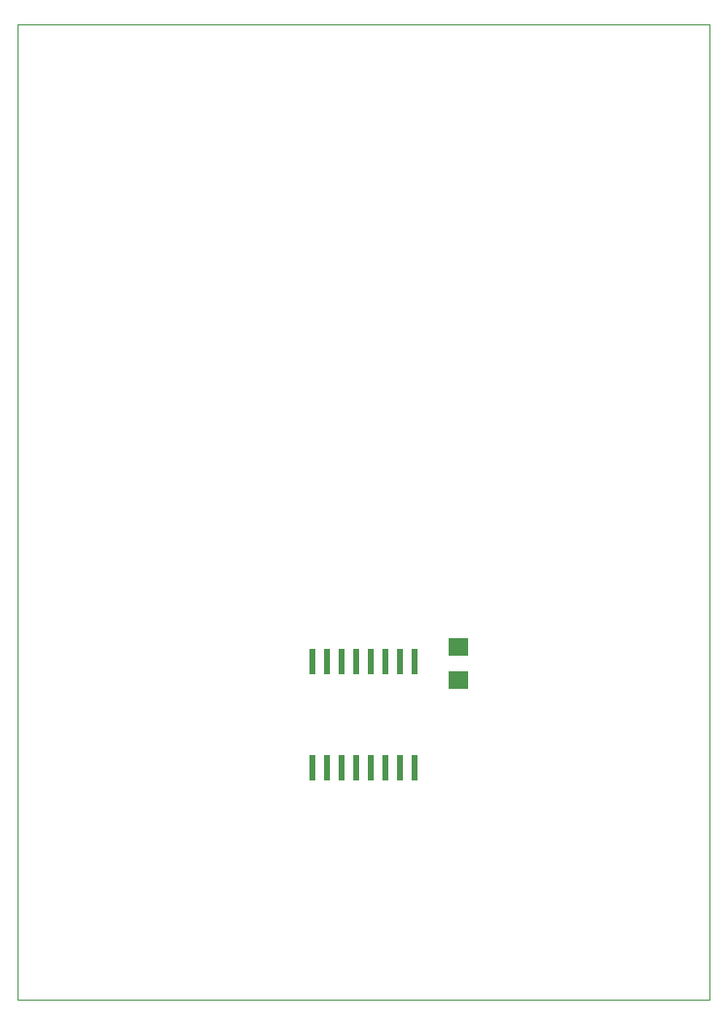
<source format=gtp>
G75*
%MOIN*%
%OFA0B0*%
%FSLAX24Y24*%
%IPPOS*%
%LPD*%
%AMOC8*
5,1,8,0,0,1.08239X$1,22.5*
%
%ADD10C,0.0000*%
%ADD11R,0.0710X0.0630*%
%ADD12R,0.0236X0.0866*%
D10*
X007676Y000126D02*
X007676Y033501D01*
X031376Y033501D01*
X031376Y000126D01*
X007676Y000126D01*
D11*
X022776Y011066D03*
X022776Y012185D03*
D12*
X021276Y011687D03*
X020776Y011687D03*
X020276Y011687D03*
X019776Y011687D03*
X019276Y011687D03*
X018776Y011687D03*
X018276Y011687D03*
X017776Y011687D03*
X017776Y008065D03*
X018276Y008065D03*
X018776Y008065D03*
X019276Y008065D03*
X019776Y008065D03*
X020276Y008065D03*
X020776Y008065D03*
X021276Y008065D03*
M02*

</source>
